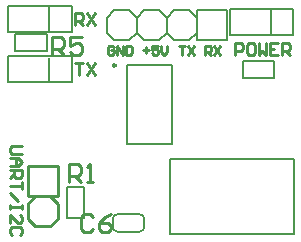
<source format=gto>
G04*
G04 #@! TF.GenerationSoftware,Altium Limited,Altium Designer,24.2.2 (26)*
G04*
G04 Layer_Color=65535*
%FSLAX44Y44*%
%MOMM*%
G71*
G04*
G04 #@! TF.SameCoordinates,671ECA9C-2CDA-4785-821E-9719013758DC*
G04*
G04*
G04 #@! TF.FilePolarity,Positive*
G04*
G01*
G75*
%ADD10C,0.2500*%
%ADD11C,0.2000*%
%ADD12C,0.2540*%
%ADD13C,0.1500*%
D10*
X349250Y401000D02*
G03*
X349250Y401000I-1250J0D01*
G01*
D11*
X346500Y264501D02*
G03*
X351000Y260001I4500J0D01*
G01*
X368999Y260000D02*
G03*
X373499Y264500I0J4500D01*
G01*
X373500Y270499D02*
G03*
X369000Y274999I-4500J0D01*
G01*
X351000Y274999D02*
G03*
X346500Y270499I0J-4500D01*
G01*
X417700Y422126D02*
X443100D01*
X417700D02*
Y447526D01*
X443100Y422126D02*
Y447526D01*
X411350Y422126D02*
X417700Y428476D01*
X398650Y422126D02*
X411350D01*
X392300Y428476D02*
X398650Y422126D01*
X392300Y428476D02*
Y441176D01*
X398650Y447526D01*
X411350D01*
X417700Y441176D01*
Y447526D02*
X443100D01*
X385950D02*
X392300Y441176D01*
X373250Y447526D02*
X385950D01*
X366900Y441176D02*
X373250Y447526D01*
X366900Y428476D02*
Y441176D01*
Y428476D02*
X373250Y422126D01*
X385950D01*
X392300Y428476D01*
X360550Y447526D02*
X366900Y441176D01*
X347850Y447526D02*
X360550D01*
X341500Y441176D02*
X347850Y447526D01*
X341500Y428476D02*
Y441176D01*
Y428476D02*
X347850Y422126D01*
X360550D01*
X366900Y428476D01*
X358500Y334000D02*
Y401000D01*
X396500Y334000D02*
Y401000D01*
X358500D02*
X396500D01*
X358500Y334000D02*
X396500D01*
X290800Y412700D02*
Y427300D01*
X264200Y412700D02*
Y427300D01*
X290800D01*
X264200Y412700D02*
X290800D01*
X456700Y390200D02*
Y404800D01*
X483300Y390200D02*
Y404800D01*
X456700Y390200D02*
X483300D01*
X456700Y404800D02*
X483300D01*
X307700Y271700D02*
X322300D01*
X307700Y298300D02*
X322300D01*
Y271700D02*
Y298300D01*
X307700Y271700D02*
Y298300D01*
X373500Y264500D02*
Y270499D01*
X351000Y260000D02*
X368999D01*
X351000Y275000D02*
X369000D01*
X346500Y264501D02*
Y270499D01*
D12*
X300200Y290000D02*
Y315400D01*
X274800Y290000D02*
X300200D01*
X274800Y315400D02*
X300200D01*
X293850Y290000D02*
X300200Y283650D01*
Y270950D02*
Y283650D01*
X293850Y264600D02*
X300200Y270950D01*
X281150Y264600D02*
X293850D01*
X274800Y270950D02*
X281150Y264600D01*
X274800Y270950D02*
Y283650D01*
X281150Y290000D01*
X274800D02*
Y315400D01*
X270037Y332460D02*
X261706D01*
X260040Y330794D01*
Y327462D01*
X261706Y325796D01*
X270037D01*
X260040Y322463D02*
X266705D01*
X270037Y319131D01*
X266705Y315799D01*
X260040D01*
X265038D01*
Y322463D01*
X260040Y312466D02*
X270037D01*
Y307468D01*
X268371Y305802D01*
X265038D01*
X263372Y307468D01*
Y312466D01*
Y309134D02*
X260040Y305802D01*
X270037Y302470D02*
Y295805D01*
Y299137D01*
X260040D01*
Y292473D02*
X266705Y285808D01*
X270037Y282476D02*
Y279144D01*
Y280810D01*
X260040D01*
Y282476D01*
Y279144D01*
Y267481D02*
Y274145D01*
X266705Y267481D01*
X268371D01*
X270037Y269147D01*
Y272479D01*
X268371Y274145D01*
Y257484D02*
X270037Y259150D01*
Y262482D01*
X268371Y264149D01*
X261706D01*
X260040Y262482D01*
Y259150D01*
X261706Y257484D01*
X450040Y410040D02*
Y420037D01*
X455038D01*
X456704Y418371D01*
Y415038D01*
X455038Y413372D01*
X450040D01*
X465035Y420037D02*
X461703D01*
X460037Y418371D01*
Y411706D01*
X461703Y410040D01*
X465035D01*
X466701Y411706D01*
Y418371D01*
X465035Y420037D01*
X470034D02*
Y410040D01*
X473366Y413372D01*
X476698Y410040D01*
Y420037D01*
X486695D02*
X480030D01*
Y410040D01*
X486695D01*
X480030Y415038D02*
X483363D01*
X490027Y410040D02*
Y420037D01*
X495025D01*
X496692Y418371D01*
Y415038D01*
X495025Y413372D01*
X490027D01*
X493359D02*
X496692Y410040D01*
X347538Y416288D02*
X346289Y417538D01*
X343790D01*
X342540Y416288D01*
Y411290D01*
X343790Y410040D01*
X346289D01*
X347538Y411290D01*
Y413789D01*
X345039D01*
X350038Y410040D02*
Y417538D01*
X355036Y410040D01*
Y417538D01*
X357535D02*
Y410040D01*
X361284D01*
X362534Y411290D01*
Y416288D01*
X361284Y417538D01*
X357535D01*
X372530Y413789D02*
X377529D01*
X375030Y416288D02*
Y411290D01*
X385026Y417538D02*
X380028D01*
Y413789D01*
X382527Y415038D01*
X383777D01*
X385026Y413789D01*
Y411290D01*
X383777Y410040D01*
X381278D01*
X380028Y411290D01*
X387526Y417538D02*
Y412539D01*
X390025Y410040D01*
X392524Y412539D01*
Y417538D01*
X402521D02*
X407519D01*
X405020D01*
Y410040D01*
X410018Y417538D02*
X415017Y410040D01*
Y417538D02*
X410018Y410040D01*
X425014D02*
Y417538D01*
X428762D01*
X430012Y416288D01*
Y413789D01*
X428762Y412539D01*
X425014D01*
X427513D02*
X430012Y410040D01*
X432511Y417538D02*
X437510Y410040D01*
Y417538D02*
X432511Y410040D01*
X315040Y435040D02*
Y445037D01*
X320038D01*
X321704Y443371D01*
Y440038D01*
X320038Y438372D01*
X315040D01*
X318372D02*
X321704Y435040D01*
X325037Y445037D02*
X331701Y435040D01*
Y445037D02*
X325037Y435040D01*
X315040Y402537D02*
X321704D01*
X318372D01*
Y392540D01*
X325037Y402537D02*
X331701Y392540D01*
Y402537D02*
X325037Y392540D01*
X309843Y302383D02*
Y317617D01*
X317461D01*
X320000Y315078D01*
Y310000D01*
X317461Y307461D01*
X309843D01*
X314922D02*
X320000Y302383D01*
X325078D02*
X330157D01*
X327618D01*
Y317617D01*
X325078Y315078D01*
X294804Y409883D02*
Y425117D01*
X302422D01*
X304961Y422578D01*
Y417500D01*
X302422Y414961D01*
X294804D01*
X299883D02*
X304961Y409883D01*
X320196Y425117D02*
X310039D01*
Y417500D01*
X315117Y420039D01*
X317657D01*
X320196Y417500D01*
Y412422D01*
X317657Y409883D01*
X312578D01*
X310039Y412422D01*
X329961Y272578D02*
X327422Y275117D01*
X322343D01*
X319804Y272578D01*
Y262422D01*
X322343Y259883D01*
X327422D01*
X329961Y262422D01*
X345196Y275117D02*
X340117Y272578D01*
X335039Y267500D01*
Y262422D01*
X337578Y259883D01*
X342657D01*
X345196Y262422D01*
Y264961D01*
X342657Y267500D01*
X335039D01*
D13*
X499750Y258250D02*
Y321750D01*
X395250D02*
X499750D01*
X395250Y258250D02*
Y321750D01*
Y258250D02*
X499750D01*
X258000Y386500D02*
X312000D01*
X258000Y408500D02*
X312000D01*
X258000Y386500D02*
Y408500D01*
X312000Y386500D02*
Y408500D01*
X293000Y387500D02*
Y407500D01*
X258000Y429000D02*
X312000D01*
X258000Y451000D02*
X312000D01*
X258000Y429000D02*
Y451000D01*
X312000Y429000D02*
Y451000D01*
X293000Y430000D02*
Y450000D01*
X445500Y426500D02*
X499500D01*
X445500Y448500D02*
X499500D01*
X445500Y426500D02*
Y448500D01*
X499500Y426500D02*
Y448500D01*
X480500Y427500D02*
Y447500D01*
M02*

</source>
